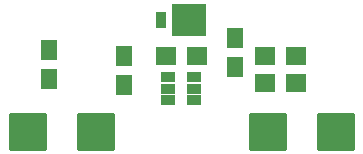
<source format=gts>
G04 #@! TF.FileFunction,Soldermask,Top*
%FSLAX46Y46*%
G04 Gerber Fmt 4.6, Leading zero omitted, Abs format (unit mm)*
G04 Created by KiCad (PCBNEW 4.0.0-rc2-stable) date 12/02/15 20:29:02*
%MOMM*%
G01*
G04 APERTURE LIST*
%ADD10C,0.100000*%
%ADD11R,1.450000X1.700000*%
%ADD12R,0.835000X1.470000*%
%ADD13R,2.870000X2.740000*%
%ADD14R,1.700000X1.500000*%
%ADD15R,1.260000X0.850000*%
%ADD16C,0.254000*%
G04 APERTURE END LIST*
D10*
D11*
X162814000Y-81554000D03*
X162814000Y-84054000D03*
X172212000Y-82530000D03*
X172212000Y-80030000D03*
D12*
X165925500Y-78486000D03*
D13*
X168276500Y-78486000D03*
D11*
X156464000Y-81046000D03*
X156464000Y-83546000D03*
D14*
X174672000Y-83820000D03*
X177372000Y-83820000D03*
X177372000Y-81534000D03*
X174672000Y-81534000D03*
D15*
X166540000Y-83378000D03*
X166540000Y-84328000D03*
X166540000Y-85278000D03*
X168740000Y-85278000D03*
X168740000Y-83378000D03*
X168740000Y-84328000D03*
D14*
X166290000Y-81534000D03*
X168990000Y-81534000D03*
D16*
G36*
X161823400Y-89433400D02*
X158877000Y-89433400D01*
X158877000Y-86487000D01*
X161823400Y-86487000D01*
X161823400Y-89433400D01*
X161823400Y-89433400D01*
G37*
X161823400Y-89433400D02*
X158877000Y-89433400D01*
X158877000Y-86487000D01*
X161823400Y-86487000D01*
X161823400Y-89433400D01*
G36*
X156083000Y-89433400D02*
X153136600Y-89433400D01*
X153136600Y-86487000D01*
X156083000Y-86487000D01*
X156083000Y-89433400D01*
X156083000Y-89433400D01*
G37*
X156083000Y-89433400D02*
X153136600Y-89433400D01*
X153136600Y-86487000D01*
X156083000Y-86487000D01*
X156083000Y-89433400D01*
G36*
X176403000Y-89433400D02*
X173456600Y-89433400D01*
X173456600Y-86487000D01*
X176403000Y-86487000D01*
X176403000Y-89433400D01*
X176403000Y-89433400D01*
G37*
X176403000Y-89433400D02*
X173456600Y-89433400D01*
X173456600Y-86487000D01*
X176403000Y-86487000D01*
X176403000Y-89433400D01*
G36*
X182143400Y-89433400D02*
X179197000Y-89433400D01*
X179197000Y-86487000D01*
X182143400Y-86487000D01*
X182143400Y-89433400D01*
X182143400Y-89433400D01*
G37*
X182143400Y-89433400D02*
X179197000Y-89433400D01*
X179197000Y-86487000D01*
X182143400Y-86487000D01*
X182143400Y-89433400D01*
M02*

</source>
